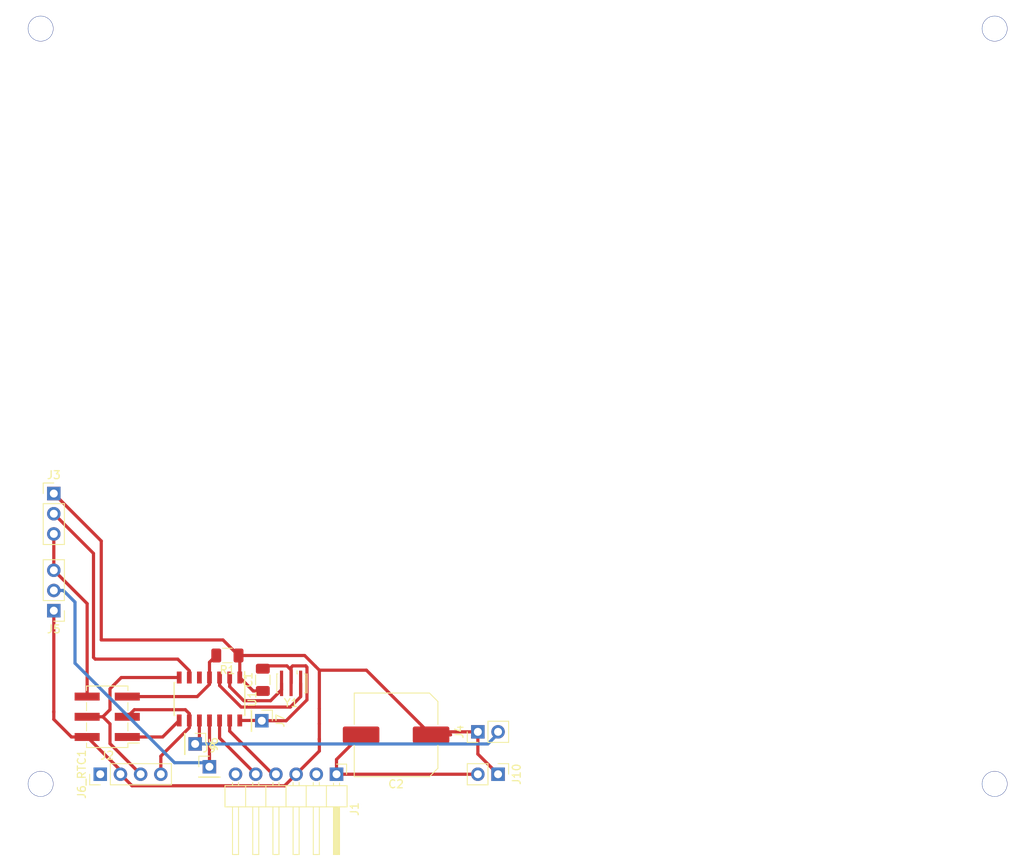
<source format=kicad_pcb>
(kicad_pcb (version 20171130) (host pcbnew "(5.1.10-1-10_14)")
  (layers (0 F.Cu signal) (31 B.Cu signal) (34 B.Paste user hide) (35 F.Paste user hide) (36 B.SilkS user hide) (37 F.SilkS user hide) (38 B.Mask user hide) (39 F.Mask user hide) (44 Edge.Cuts user))
  (net 0 "")
  (net 1 VCC)
  (net 2 GND)
  (net 3 /CTS)
  (net 4 /TX)
  (net 5 /RX)
  (net 6 /RTS)
  (net 7 /MISO)
  (net 8 /SCK)
  (net 9 /MOSI)
  (net 10 /RESET)
  (net 11 "Net-(U1-Pad2)")
  (net 12 "Net-(U1-Pad3)")
  (net 13 "Net-(U1-Pad5)")
  (net 14 /read)
  (net 15 /touch)
  (net 16 /NEOPIXEL)
  (module Connector_PinHeader_2.54mm:PinHeader_2x03_P2.54mm_Vertical_SMD (layer F.Cu) (at 92.4433 151.7777 180)
    (fp_text reference J2 (at 0 -4.87 180) (layer F.SilkS))
    (fp_text value AVR-ISP-6)
    (fp_line (start 2.6 0.76) (end 2.6 1.78) (layer F.SilkS) (width 0.12))
    (fp_line (start -2.6 0.76) (end -2.6 1.78) (layer F.SilkS) (width 0.12))
    (fp_line (start 2.6 -1.78) (end 2.6 -0.76) (layer F.SilkS) (width 0.12))
    (fp_line (start -2.6 -1.78) (end -2.6 -0.76) (layer F.SilkS) (width 0.12))
    (fp_line (start 2.6 3.3) (end 2.6 3.87) (layer F.SilkS) (width 0.12))
    (fp_line (start -2.6 3.3) (end -2.6 3.87) (layer F.SilkS) (width 0.12))
    (fp_line (start 2.6 -3.87) (end 2.6 -3.3) (layer F.SilkS) (width 0.12))
    (fp_line (start -2.6 -3.87) (end -2.6 -3.3) (layer F.SilkS) (width 0.12))
    (fp_line (start -4.04 -3.3) (end -2.6 -3.3) (layer F.SilkS) (width 0.12))
    (fp_line (start -2.6 3.87) (end 2.6 3.87) (layer F.SilkS) (width 0.12))
    (fp_line (start -2.6 -3.87) (end 2.6 -3.87) (layer F.SilkS) (width 0.12))
    (pad 1 smd rect (at -2.525 -2.54 180) (size 3.15 1) (layers F.Cu F.Paste F.Mask) (net 7 /MISO))
    (pad 2 smd rect (at 2.525 -2.54 180) (size 3.15 1) (layers F.Cu F.Paste F.Mask) (net 1 VCC))
    (pad 3 smd rect (at -2.525 0 180) (size 3.15 1) (layers F.Cu F.Paste F.Mask) (net 8 /SCK))
    (pad 4 smd rect (at 2.525 0 180) (size 3.15 1) (layers F.Cu F.Paste F.Mask) (net 9 /MOSI))
    (pad 5 smd rect (at -2.525 2.54 180) (size 3.15 1) (layers F.Cu F.Paste F.Mask) (net 10 /RESET))
    (pad 6 smd rect (at 2.525 2.54 180) (size 3.15 1) (layers F.Cu F.Paste F.Mask) (net 2 GND))
  )
  (module Connector_PinHeader_2.54mm:PinHeader_1x03_P2.54mm_Vertical (layer F.Cu) (at 85.725 123.698)
    (fp_text reference J3 (at 0 -2.33) (layer F.SilkS))
    (fp_text value Conn_01x03_Male)
    (fp_line (start -1.33 -1.33) (end 0 -1.33) (layer F.SilkS) (width 0.12))
    (fp_line (start -1.33 0) (end -1.33 -1.33) (layer F.SilkS) (width 0.12))
    (fp_line (start -1.33 1.27) (end 1.33 1.27) (layer F.SilkS) (width 0.12))
    (fp_line (start 1.33 1.27) (end 1.33 6.41) (layer F.SilkS) (width 0.12))
    (fp_line (start -1.33 1.27) (end -1.33 6.41) (layer F.SilkS) (width 0.12))
    (fp_line (start -1.33 6.41) (end 1.33 6.41) (layer F.SilkS) (width 0.12))
    (pad 1 thru_hole rect (at 0 0) (size 1.7 1.7) (drill 1) (layers *.Cu *.Mask) (net 1 VCC))
    (pad 2 thru_hole oval (at 0 2.54) (size 1.7 1.7) (drill 1) (layers *.Cu *.Mask) (net 14 /read))
    (pad 3 thru_hole oval (at 0 5.08) (size 1.7 1.7) (drill 1) (layers *.Cu *.Mask) (net 2 GND))
  )
  (module Crystal:Resonator_SMD_muRata_CSTxExxV-3Pin_3.0x1.1mm_HandSoldering (layer F.Cu) (at 115.57 147.574 180)
    (fp_text reference Y1 (at 0 -2.45) (layer F.SilkS))
    (fp_text value Resonator)
    (fp_line (start 1.8 -1.2) (end 1.65 -1.2) (layer F.SilkS) (width 0.12))
    (fp_line (start 1.8 1.2) (end 1.65 1.2) (layer F.SilkS) (width 0.12))
    (fp_line (start -0.75 1.2) (end -0.8 1.2) (layer F.SilkS) (width 0.12))
    (fp_line (start -1.8 1.2) (end -1.65 1.2) (layer F.SilkS) (width 0.12))
    (fp_line (start -1.8 -1.2) (end -1.65 -1.2) (layer F.SilkS) (width 0.12))
    (fp_line (start -2 0.8) (end -2 1.2) (layer F.SilkS) (width 0.12))
    (fp_line (start -1.8 0.8) (end -1.8 1.2) (layer F.SilkS) (width 0.12))
    (fp_line (start 1.8 0.8) (end 1.8 1.2) (layer F.SilkS) (width 0.12))
    (fp_line (start -2 -1.2) (end -2 0.8) (layer F.SilkS) (width 0.12))
    (fp_line (start -0.75 1.2) (end -0.75 1.6) (layer F.SilkS) (width 0.12))
    (fp_line (start -1.8 0.8) (end -1.8 -1.2) (layer F.SilkS) (width 0.12))
    (fp_line (start 1.8 -1.2) (end 1.8 0.8) (layer F.SilkS) (width 0.12))
    (pad 1 smd rect (at -1.2 0 180) (size 0.4 3.2) (layers F.Cu F.Paste F.Mask) (net 12 "Net-(U1-Pad3)"))
    (pad 2 smd rect (at 0 0 180) (size 0.4 3.2) (layers F.Cu F.Paste F.Mask) (net 2 GND))
    (pad 3 smd rect (at 1.2 0 180) (size 0.4 3.2) (layers F.Cu F.Paste F.Mask) (net 11 "Net-(U1-Pad2)"))
  )
  (module Resistor_SMD:R_1206_3216Metric (layer F.Cu) (at 107.5593 144.0688 180)
    (fp_text reference R1 (at 0 -1.82) (layer F.SilkS))
    (fp_text value 10K)
    (fp_line (start -0.602064 0.91) (end 0.602064 0.91) (layer F.SilkS) (width 0.12))
    (fp_line (start -0.602064 -0.91) (end 0.602064 -0.91) (layer F.SilkS) (width 0.12))
    (pad 1 smd roundrect (at -1.4 0 180) (size 1.25 1.75) (layers F.Cu F.Paste F.Mask) (roundrect_rratio 0.2) (net 1 VCC))
    (pad 2 smd roundrect (at 1.4 0 180) (size 1.25 1.75) (layers F.Cu F.Paste F.Mask) (roundrect_rratio 0.2) (net 10 /RESET))
  )
  (module Package_SO:SOIC-14_3.9x8.7mm_P1.27mm (layer F.Cu) (at 105.307299 149.538501 270)
    (fp_text reference U1 (at 0 -5.375 90) (layer F.SilkS))
    (fp_text value ATtiny44A-SSU)
    (fp_line (start -2.075 -4.425) (end -3.45 -4.425) (layer F.SilkS) (width 0.15))
    (fp_line (start -2.075 4.45) (end 2.075 4.45) (layer F.SilkS) (width 0.15))
    (fp_line (start -2.075 -4.45) (end 2.075 -4.45) (layer F.SilkS) (width 0.15))
    (fp_line (start -2.075 4.45) (end -2.075 4.335) (layer F.SilkS) (width 0.15))
    (fp_line (start 2.075 4.45) (end 2.075 4.335) (layer F.SilkS) (width 0.15))
    (fp_line (start 2.075 -4.45) (end 2.075 -4.335) (layer F.SilkS) (width 0.15))
    (fp_line (start -2.075 -4.45) (end -2.075 -4.425) (layer F.SilkS) (width 0.15))
    (pad 1 smd rect (at -2.7 -3.81 270) (size 1.5 0.6) (layers F.Cu F.Paste F.Mask) (net 1 VCC))
    (pad 2 smd rect (at -2.7 -2.54 270) (size 1.5 0.6) (layers F.Cu F.Paste F.Mask) (net 11 "Net-(U1-Pad2)"))
    (pad 3 smd rect (at -2.7 -1.27 270) (size 1.5 0.6) (layers F.Cu F.Paste F.Mask) (net 12 "Net-(U1-Pad3)"))
    (pad 4 smd rect (at -2.7 0 270) (size 1.5 0.6) (layers F.Cu F.Paste F.Mask) (net 10 /RESET))
    (pad 5 smd rect (at -2.7 1.27 270) (size 1.5 0.6) (layers F.Cu F.Paste F.Mask) (net 13 "Net-(U1-Pad5)"))
    (pad 6 smd rect (at -2.7 2.54 270) (size 1.5 0.6) (layers F.Cu F.Paste F.Mask) (net 14 /read))
    (pad 7 smd rect (at -2.7 3.81 270) (size 1.5 0.6) (layers F.Cu F.Paste F.Mask) (net 9 /MOSI))
    (pad 8 smd rect (at 2.7 3.81 270) (size 1.5 0.6) (layers F.Cu F.Paste F.Mask) (net 7 /MISO))
    (pad 9 smd rect (at 2.7 2.54 270) (size 1.5 0.6) (layers F.Cu F.Paste F.Mask) (net 8 /SCK))
    (pad 10 smd rect (at 2.7 1.27 270) (size 1.5 0.6) (layers F.Cu F.Paste F.Mask) (net 15 /touch))
    (pad 11 smd rect (at 2.7 0 270) (size 1.5 0.6) (layers F.Cu F.Paste F.Mask) (net 16 /NEOPIXEL))
    (pad 12 smd rect (at 2.7 -1.27 270) (size 1.5 0.6) (layers F.Cu F.Paste F.Mask) (net 5 /RX))
    (pad 13 smd rect (at 2.7 -2.54 270) (size 1.5 0.6) (layers F.Cu F.Paste F.Mask) (net 4 /TX))
    (pad 14 smd rect (at 2.7 -3.81 270) (size 1.5 0.6) (layers F.Cu F.Paste F.Mask) (net 2 GND))
  )
  (module Connector_PinHeader_2.54mm:PinHeader_1x03_P2.54mm_Vertical (layer F.Cu) (at 85.725 138.43 180)
    (fp_text reference J5 (at 0 -2.33) (layer F.SilkS))
    (fp_text value Conn_01x03_Male)
    (fp_line (start -1.33 -1.33) (end 0 -1.33) (layer F.SilkS) (width 0.12))
    (fp_line (start -1.33 0) (end -1.33 -1.33) (layer F.SilkS) (width 0.12))
    (fp_line (start -1.33 1.27) (end 1.33 1.27) (layer F.SilkS) (width 0.12))
    (fp_line (start 1.33 1.27) (end 1.33 6.41) (layer F.SilkS) (width 0.12))
    (fp_line (start -1.33 1.27) (end -1.33 6.41) (layer F.SilkS) (width 0.12))
    (fp_line (start -1.33 6.41) (end 1.33 6.41) (layer F.SilkS) (width 0.12))
    (pad 3 thru_hole oval (at 0 5.08 180) (size 1.7 1.7) (drill 1) (layers *.Cu *.Mask) (net 2 GND))
    (pad 2 thru_hole oval (at 0 2.54 180) (size 1.7 1.7) (drill 1) (layers *.Cu *.Mask) (net 16 /NEOPIXEL))
    (pad 1 thru_hole rect (at 0 0 180) (size 1.7 1.7) (drill 1) (layers *.Cu *.Mask) (net 1 VCC))
  )
  (module Capacitor_SMD:C_1206_3216Metric (layer F.Cu) (at 112.014982 147.130807 90)
    (fp_text reference C1 (at 0 -1.82 270) (layer F.SilkS))
    (fp_text value 0.1UF)
    (fp_line (start -0.602064 0.91) (end 0.602064 0.91) (layer F.SilkS) (width 0.12))
    (fp_line (start -0.602064 -0.91) (end 0.602064 -0.91) (layer F.SilkS) (width 0.12))
    (pad 1 smd roundrect (at -1.4 0 90) (size 1.25 1.75) (layers F.Cu F.Paste F.Mask) (roundrect_rratio 0.2) (net 1 VCC))
    (pad 2 smd roundrect (at 1.4 0 90) (size 1.25 1.75) (layers F.Cu F.Paste F.Mask) (roundrect_rratio 0.2) (net 2 GND))
  )
  (module Connector_PinHeader_2.54mm:PinHeader_1x01_P2.54mm_Vertical (layer F.Cu) (at 111.887 152.273 270)
    (fp_text reference J7 (at 0 -2.33 90) (layer F.SilkS))
    (fp_text value Conn_01x01_Male)
    (fp_line (start -1.33 1.33) (end 1.33 1.33) (layer F.SilkS) (width 0.12))
    (fp_line (start -1.33 1.27) (end -1.33 1.33) (layer F.SilkS) (width 0.12))
    (fp_line (start 1.33 1.27) (end 1.33 1.33) (layer F.SilkS) (width 0.12))
    (fp_line (start -1.33 1.27) (end 1.33 1.27) (layer F.SilkS) (width 0.12))
    (fp_line (start -1.33 0) (end -1.33 -1.33) (layer F.SilkS) (width 0.12))
    (fp_line (start -1.33 -1.33) (end 0 -1.33) (layer F.SilkS) (width 0.12))
    (pad 1 thru_hole rect (at 0 0 270) (size 1.7 1.7) (drill 1) (layers *.Cu *.Mask) (net 2 GND))
  )
  (module Connector_PinHeader_2.54mm:PinHeader_1x02_P2.54mm_Vertical (layer F.Cu) (at 139.065 153.67 90)
    (fp_text reference J4 (at 0 -2.33 90) (layer F.SilkS))
    (fp_text value Conn_01x02_Male)
    (fp_line (start -1.33 -1.33) (end 0 -1.33) (layer F.SilkS) (width 0.12))
    (fp_line (start -1.33 0) (end -1.33 -1.33) (layer F.SilkS) (width 0.12))
    (fp_line (start -1.33 1.27) (end 1.33 1.27) (layer F.SilkS) (width 0.12))
    (fp_line (start 1.33 1.27) (end 1.33 3.87) (layer F.SilkS) (width 0.12))
    (fp_line (start -1.33 1.27) (end -1.33 3.87) (layer F.SilkS) (width 0.12))
    (fp_line (start -1.33 3.87) (end 1.33 3.87) (layer F.SilkS) (width 0.12))
    (pad 2 thru_hole oval (at 0 2.54 90) (size 1.7 1.7) (drill 1) (layers *.Cu *.Mask) (net 15 /touch))
    (pad 1 thru_hole rect (at 0 0 90) (size 1.7 1.7) (drill 1) (layers *.Cu *.Mask) (net 1 VCC))
  )
  (module Connector_PinHeader_2.54mm:PinHeader_1x01_P2.54mm_Vertical (layer F.Cu) (at 103.505 155.194 270)
    (fp_text reference J6 (at 0 -2.33 90) (layer F.SilkS))
    (fp_text value Conn_01x01_Male)
    (fp_line (start -1.33 1.33) (end 1.33 1.33) (layer F.SilkS) (width 0.12))
    (fp_line (start -1.33 1.27) (end -1.33 1.33) (layer F.SilkS) (width 0.12))
    (fp_line (start 1.33 1.27) (end 1.33 1.33) (layer F.SilkS) (width 0.12))
    (fp_line (start -1.33 1.27) (end 1.33 1.27) (layer F.SilkS) (width 0.12))
    (fp_line (start -1.33 0) (end -1.33 -1.33) (layer F.SilkS) (width 0.12))
    (fp_line (start -1.33 -1.33) (end 0 -1.33) (layer F.SilkS) (width 0.12))
    (pad 1 thru_hole rect (at 0 0 270) (size 1.7 1.7) (drill 1) (layers *.Cu *.Mask) (net 15 /touch))
  )
  (module Connector_PinHeader_2.54mm:PinHeader_1x04_P2.54mm_Vertical (layer F.Cu) (at 91.567 159.004 90)
    (fp_text reference J6_RTC1 (at 0 -2.33 90) (layer F.SilkS))
    (fp_text value Conn_01x04_Male)
    (fp_line (start -1.33 8.95) (end 1.33 8.95) (layer F.SilkS) (width 0.12))
    (fp_line (start -1.33 1.27) (end -1.33 8.95) (layer F.SilkS) (width 0.12))
    (fp_line (start 1.33 1.27) (end 1.33 8.95) (layer F.SilkS) (width 0.12))
    (fp_line (start -1.33 1.27) (end 1.33 1.27) (layer F.SilkS) (width 0.12))
    (fp_line (start -1.33 0) (end -1.33 -1.33) (layer F.SilkS) (width 0.12))
    (fp_line (start -1.33 -1.33) (end 0 -1.33) (layer F.SilkS) (width 0.12))
    (pad 1 thru_hole rect (at 0 0 90) (size 1.7 1.7) (drill 1) (layers *.Cu *.Mask) (net 2 GND))
    (pad 2 thru_hole oval (at 0 2.54 90) (size 1.7 1.7) (drill 1) (layers *.Cu *.Mask) (net 1 VCC))
    (pad 3 thru_hole oval (at 0 5.08 90) (size 1.7 1.7) (drill 1) (layers *.Cu *.Mask) (net 9 /MOSI))
    (pad 4 thru_hole oval (at 0 7.62 90) (size 1.7 1.7) (drill 1) (layers *.Cu *.Mask) (net 8 /SCK))
  )
  (module Connector_PinHeader_2.54mm:PinHeader_1x01_P2.54mm_Vertical (layer F.Cu) (at 105.2957 158.0642)
    (fp_text reference J9 (at 0 -2.33) (layer F.SilkS))
    (fp_text value Conn_01x01_Male)
    (fp_line (start -1.33 1.33) (end 1.33 1.33) (layer F.SilkS) (width 0.12))
    (fp_line (start -1.33 1.27) (end -1.33 1.33) (layer F.SilkS) (width 0.12))
    (fp_line (start 1.33 1.27) (end 1.33 1.33) (layer F.SilkS) (width 0.12))
    (fp_line (start -1.33 1.27) (end 1.33 1.27) (layer F.SilkS) (width 0.12))
    (fp_line (start -1.33 0) (end -1.33 -1.33) (layer F.SilkS) (width 0.12))
    (fp_line (start -1.33 -1.33) (end 0 -1.33) (layer F.SilkS) (width 0.12))
    (pad 1 thru_hole rect (at 0 0) (size 1.7 1.7) (drill 1) (layers *.Cu *.Mask) (net 16 /NEOPIXEL))
  )
  (module Connector_PinHeader_2.54mm:PinHeader_1x02_P2.54mm_Vertical (layer F.Cu) (at 141.605 159.004 270)
    (fp_text reference J10 (at 0 -2.33 90) (layer F.SilkS))
    (fp_text value Conn_01x02_Male)
    (fp_line (start -1.33 3.87) (end 1.33 3.87) (layer F.SilkS) (width 0.12))
    (fp_line (start -1.33 1.27) (end -1.33 3.87) (layer F.SilkS) (width 0.12))
    (fp_line (start 1.33 1.27) (end 1.33 3.87) (layer F.SilkS) (width 0.12))
    (fp_line (start -1.33 1.27) (end 1.33 1.27) (layer F.SilkS) (width 0.12))
    (fp_line (start -1.33 0) (end -1.33 -1.33) (layer F.SilkS) (width 0.12))
    (fp_line (start -1.33 -1.33) (end 0 -1.33) (layer F.SilkS) (width 0.12))
    (pad 1 thru_hole rect (at 0 0 270) (size 1.7 1.7) (drill 1) (layers *.Cu *.Mask) (net 1 VCC))
    (pad 2 thru_hole oval (at 0 2.54 270) (size 1.7 1.7) (drill 1) (layers *.Cu *.Mask) (net 2 GND))
  )
  (module Connector_PinHeader_2.54mm:PinHeader_1x06_P2.54mm_Horizontal (layer F.Cu) (at 121.285 159.004 270)
    (fp_text reference J1 (at 4.385 -2.27 90) (layer F.SilkS))
    (fp_text value Conn_01x06_Male)
    (fp_line (start 1.44 -1.33) (end 1.44 14.03) (layer F.SilkS) (width 0.12))
    (fp_line (start 1.44 14.03) (end 4.1 14.03) (layer F.SilkS) (width 0.12))
    (fp_line (start 4.1 14.03) (end 4.1 -1.33) (layer F.SilkS) (width 0.12))
    (fp_line (start 4.1 -1.33) (end 1.44 -1.33) (layer F.SilkS) (width 0.12))
    (fp_line (start 4.1 -0.38) (end 10.1 -0.38) (layer F.SilkS) (width 0.12))
    (fp_line (start 10.1 -0.38) (end 10.1 0.38) (layer F.SilkS) (width 0.12))
    (fp_line (start 10.1 0.38) (end 4.1 0.38) (layer F.SilkS) (width 0.12))
    (fp_line (start 4.1 -0.32) (end 10.1 -0.32) (layer F.SilkS) (width 0.12))
    (fp_line (start 4.1 -0.2) (end 10.1 -0.2) (layer F.SilkS) (width 0.12))
    (fp_line (start 4.1 -0.08) (end 10.1 -0.08) (layer F.SilkS) (width 0.12))
    (fp_line (start 4.1 0.04) (end 10.1 0.04) (layer F.SilkS) (width 0.12))
    (fp_line (start 4.1 0.16) (end 10.1 0.16) (layer F.SilkS) (width 0.12))
    (fp_line (start 4.1 0.28) (end 10.1 0.28) (layer F.SilkS) (width 0.12))
    (fp_line (start 1.11 -0.38) (end 1.44 -0.38) (layer F.SilkS) (width 0.12))
    (fp_line (start 1.11 0.38) (end 1.44 0.38) (layer F.SilkS) (width 0.12))
    (fp_line (start 1.44 1.27) (end 4.1 1.27) (layer F.SilkS) (width 0.12))
    (fp_line (start 4.1 2.16) (end 10.1 2.16) (layer F.SilkS) (width 0.12))
    (fp_line (start 10.1 2.16) (end 10.1 2.92) (layer F.SilkS) (width 0.12))
    (fp_line (start 10.1 2.92) (end 4.1 2.92) (layer F.SilkS) (width 0.12))
    (fp_line (start 1.042929 2.16) (end 1.44 2.16) (layer F.SilkS) (width 0.12))
    (fp_line (start 1.042929 2.92) (end 1.44 2.92) (layer F.SilkS) (width 0.12))
    (fp_line (start 1.44 3.81) (end 4.1 3.81) (layer F.SilkS) (width 0.12))
    (fp_line (start 4.1 4.7) (end 10.1 4.7) (layer F.SilkS) (width 0.12))
    (fp_line (start 10.1 4.7) (end 10.1 5.46) (layer F.SilkS) (width 0.12))
    (fp_line (start 10.1 5.46) (end 4.1 5.46) (layer F.SilkS) (width 0.12))
    (fp_line (start 1.042929 4.7) (end 1.44 4.7) (layer F.SilkS) (width 0.12))
    (fp_line (start 1.042929 5.46) (end 1.44 5.46) (layer F.SilkS) (width 0.12))
    (fp_line (start 1.44 6.35) (end 4.1 6.35) (layer F.SilkS) (width 0.12))
    (fp_line (start 4.1 7.24) (end 10.1 7.24) (layer F.SilkS) (width 0.12))
    (fp_line (start 10.1 7.24) (end 10.1 8) (layer F.SilkS) (width 0.12))
    (fp_line (start 10.1 8) (end 4.1 8) (layer F.SilkS) (width 0.12))
    (fp_line (start 1.042929 7.24) (end 1.44 7.24) (layer F.SilkS) (width 0.12))
    (fp_line (start 1.042929 8) (end 1.44 8) (layer F.SilkS) (width 0.12))
    (fp_line (start 1.44 8.89) (end 4.1 8.89) (layer F.SilkS) (width 0.12))
    (fp_line (start 4.1 9.78) (end 10.1 9.78) (layer F.SilkS) (width 0.12))
    (fp_line (start 10.1 9.78) (end 10.1 10.54) (layer F.SilkS) (width 0.12))
    (fp_line (start 10.1 10.54) (end 4.1 10.54) (layer F.SilkS) (width 0.12))
    (fp_line (start 1.042929 9.78) (end 1.44 9.78) (layer F.SilkS) (width 0.12))
    (fp_line (start 1.042929 10.54) (end 1.44 10.54) (layer F.SilkS) (width 0.12))
    (fp_line (start 1.44 11.43) (end 4.1 11.43) (layer F.SilkS) (width 0.12))
    (fp_line (start 4.1 12.32) (end 10.1 12.32) (layer F.SilkS) (width 0.12))
    (fp_line (start 10.1 12.32) (end 10.1 13.08) (layer F.SilkS) (width 0.12))
    (fp_line (start 10.1 13.08) (end 4.1 13.08) (layer F.SilkS) (width 0.12))
    (fp_line (start 1.042929 12.32) (end 1.44 12.32) (layer F.SilkS) (width 0.12))
    (fp_line (start 1.042929 13.08) (end 1.44 13.08) (layer F.SilkS) (width 0.12))
    (fp_line (start -1.27 0) (end -1.27 -1.27) (layer F.SilkS) (width 0.12))
    (fp_line (start -1.27 -1.27) (end 0 -1.27) (layer F.SilkS) (width 0.12))
    (pad 6 thru_hole oval (at 0 12.7 270) (size 1.7 1.7) (drill 1) (layers *.Cu *.Mask) (net 6 /RTS))
    (pad 5 thru_hole oval (at 0 10.16 270) (size 1.7 1.7) (drill 1) (layers *.Cu *.Mask) (net 5 /RX))
    (pad 4 thru_hole oval (at 0 7.62 270) (size 1.7 1.7) (drill 1) (layers *.Cu *.Mask) (net 4 /TX))
    (pad 3 thru_hole oval (at 0 5.08 270) (size 1.7 1.7) (drill 1) (layers *.Cu *.Mask) (net 1 VCC))
    (pad 2 thru_hole oval (at 0 2.54 270) (size 1.7 1.7) (drill 1) (layers *.Cu *.Mask) (net 3 /CTS))
    (pad 1 thru_hole rect (at 0 0 270) (size 1.7 1.7) (drill 1) (layers *.Cu *.Mask) (net 2 GND))
  )
  (module Capacitor_SMD:C_Elec_10x10.2 (layer F.Cu) (at 128.778 154.051 180)
    (fp_text reference C2 (at 0 -6.2) (layer F.SilkS))
    (fp_text value "100 uF")
    (fp_line (start 5.26 5.26) (end 5.26 1.31) (layer F.SilkS) (width 0.12))
    (fp_line (start 5.26 -5.26) (end 5.26 -1.31) (layer F.SilkS) (width 0.12))
    (fp_line (start -4.195563 -5.26) (end 5.26 -5.26) (layer F.SilkS) (width 0.12))
    (fp_line (start -4.195563 5.26) (end 5.26 5.26) (layer F.SilkS) (width 0.12))
    (fp_line (start -5.26 4.195563) (end -5.26 1.31) (layer F.SilkS) (width 0.12))
    (fp_line (start -5.26 -4.195563) (end -5.26 -1.31) (layer F.SilkS) (width 0.12))
    (fp_line (start -5.26 -4.195563) (end -4.195563 -5.26) (layer F.SilkS) (width 0.12))
    (fp_line (start -5.26 4.195563) (end -4.195563 5.26) (layer F.SilkS) (width 0.12))
    (pad 1 smd roundrect (at -4.4 0 180) (size 4.6 2.1) (layers F.Cu F.Paste F.Mask) (roundrect_rratio 0.1190471428571429) (net 1 VCC))
    (pad 2 smd roundrect (at 4.4 0 180) (size 4.6 2.1) (layers F.Cu F.Paste F.Mask) (roundrect_rratio 0.1190471428571429) (net 2 GND))
  )
  (via (at 84.06832 65.217149) (size 3.2) (drill 3.1) (layers F.Cu B.Cu) (net 0))
  (via (at 204.06832 65.217149) (size 3.2) (drill 3.1) (layers F.Cu B.Cu) (net 0))
  (via (at 204.06832 160.217149) (size 3.2) (drill 3.1) (layers F.Cu B.Cu) (net 0))
  (via (at 84.06832 160.217149) (size 3.2) (drill 3.1) (layers F.Cu B.Cu) (net 0))
  (segment (start 139.065 156.464) (end 141.605 159.004) (width 0.4) (layer F.Cu) (net 1))
  (segment (start 119.126 156.083) (end 116.205 159.004) (width 0.4) (layer F.Cu) (net 1))
  (segment (start 94.107 159.004) (end 95.557001 160.454001) (width 0.4) (layer F.Cu) (net 1))
  (segment (start 95.557001 160.454001) (end 114.754999 160.454001) (width 0.4) (layer F.Cu) (net 1))
  (segment (start 114.754999 160.454001) (end 116.205 159.004) (width 0.4) (layer F.Cu) (net 1))
  (segment (start 94.107 159.004) (end 94.107 158.5064) (width 0.4) (layer F.Cu) (net 1))
  (segment (start 94.107 158.5064) (end 89.9183 154.3177) (width 0.4) (layer F.Cu) (net 1))
  (segment (start 133.178 154.051) (end 125.045614 145.918614) (width 0.4) (layer F.Cu) (net 1))
  (segment (start 125.045614 145.918614) (end 119.126 145.918614) (width 0.4) (layer F.Cu) (net 1))
  (segment (start 139.065 153.67) (end 139.065 156.464) (width 0.4) (layer F.Cu) (net 1))
  (segment (start 139.065 153.67) (end 133.559 153.67) (width 0.4) (layer F.Cu) (net 1))
  (segment (start 133.559 153.67) (end 133.178 154.051) (width 0.4) (layer F.Cu) (net 1))
  (segment (start 133.178 154.051) (end 135.636 154.051) (width 0.4) (layer F.Cu) (net 1))
  (segment (start 108.9593 144.0688) (end 107.0035 142.113) (width 0.4) (layer F.Cu) (net 1))
  (segment (start 107.0035 142.113) (end 91.694 142.113) (width 0.4) (layer F.Cu) (net 1))
  (segment (start 91.694 129.667) (end 85.725 123.698) (width 0.4) (layer F.Cu) (net 1))
  (segment (start 91.694 142.113) (end 91.694 129.667) (width 0.4) (layer F.Cu) (net 1))
  (segment (start 85.725 138.43) (end 85.725 151.13) (width 0.4) (layer F.Cu) (net 1))
  (segment (start 89.9183 154.3177) (end 87.9433 154.3177) (width 0.4) (layer F.Cu) (net 1))
  (segment (start 85.725 151.13) (end 85.725 151.2104) (width 0.4) (layer F.Cu) (net 1))
  (segment (start 87.9433 154.3177) (end 85.725 152.0994) (width 0.4) (layer F.Cu) (net 1))
  (segment (start 85.725 152.0994) (end 85.725 151.13) (width 0.4) (layer F.Cu) (net 1))
  (segment (start 119.126 145.918614) (end 118.620193 145.412807) (width 0.4) (layer F.Cu) (net 1))
  (segment (start 118.620193 145.412807) (end 117.276186 144.0688) (width 0.4) (layer F.Cu) (net 1))
  (segment (start 119.126 145.918614) (end 119.126 150.749) (width 0.4) (layer F.Cu) (net 1))
  (segment (start 119.126 150.749) (end 119.126 152.654) (width 0.4) (layer F.Cu) (net 1))
  (segment (start 119.126 152.654) (end 119.126 154.559) (width 0.4) (layer F.Cu) (net 1))
  (segment (start 117.276186 144.0688) (end 108.9593 144.0688) (width 0.4) (layer F.Cu) (net 1))
  (segment (start 109.009118 144.018982) (end 108.9593 144.0688) (width 0.4) (layer F.Cu) (net 1))
  (segment (start 119.126 154.559) (end 119.126 154.686) (width 0.4) (layer F.Cu) (net 1))
  (segment (start 119.126 154.559) (end 119.126 156.083) (width 0.4) (layer F.Cu) (net 1))
  (segment (start 112.014982 148.530807) (end 110.809605 148.530807) (width 0.4) (layer F.Cu) (net 1))
  (segment (start 110.809605 148.530807) (end 109.117299 146.838501) (width 0.4) (layer F.Cu) (net 1))
  (segment (start 109.117299 146.838501) (end 109.117299 144.226799) (width 0.4) (layer F.Cu) (net 1))
  (segment (start 109.117299 144.226799) (end 108.9593 144.0688) (width 0.4) (layer F.Cu) (net 1))
  (segment (start 121.285 159.004) (end 138.811 159.004) (width 0.4) (layer F.Cu) (net 2))
  (segment (start 138.811 159.004) (end 139.065 159.258) (width 0.4) (layer F.Cu) (net 2))
  (segment (start 121.285 159.004) (end 121.285 157.144) (width 0.4) (layer F.Cu) (net 2))
  (segment (start 121.285 157.144) (end 124.378 154.051) (width 0.4) (layer F.Cu) (net 2))
  (segment (start 121.285 159.004) (end 121.621 159.34) (width 0.4) (layer F.Cu) (net 2))
  (segment (start 85.725 128.778) (end 85.725 133.35) (width 0.4) (layer F.Cu) (net 2))
  (segment (start 89.9183 149.2377) (end 89.9183 137.5433) (width 0.4) (layer F.Cu) (net 2))
  (segment (start 89.9183 137.5433) (end 85.725 133.35) (width 0.4) (layer F.Cu) (net 2))
  (segment (start 111.887 152.273) (end 114.951002 152.273) (width 0.4) (layer F.Cu) (net 2))
  (segment (start 117.570001 149.654001) (end 117.570001 145.554999) (width 0.4) (layer F.Cu) (net 2))
  (segment (start 111.852501 152.238501) (end 111.887 152.273) (width 0.4) (layer F.Cu) (net 2))
  (segment (start 115.57 147.574) (end 115.57 145.574) (width 0.4) (layer F.Cu) (net 2))
  (segment (start 109.117299 152.238501) (end 111.852501 152.238501) (width 0.4) (layer F.Cu) (net 2))
  (segment (start 117.570001 145.554999) (end 117.389001 145.373999) (width 0.4) (layer F.Cu) (net 2))
  (segment (start 115.57 145.893998) (end 115.050001 145.373999) (width 0.4) (layer F.Cu) (net 2))
  (segment (start 115.050001 145.373999) (end 112.37179 145.373999) (width 0.4) (layer F.Cu) (net 2))
  (segment (start 115.57 147.574) (end 115.57 145.893998) (width 0.4) (layer F.Cu) (net 2))
  (segment (start 115.57 145.574) (end 115.770001 145.373999) (width 0.4) (layer F.Cu) (net 2))
  (segment (start 115.770001 145.373999) (end 117.389001 145.373999) (width 0.4) (layer F.Cu) (net 2))
  (segment (start 117.389001 145.373999) (end 117.450001 145.373999) (width 0.4) (layer F.Cu) (net 2))
  (segment (start 112.37179 145.373999) (end 112.014982 145.730807) (width 0.4) (layer F.Cu) (net 2))
  (segment (start 114.951002 152.273) (end 117.570001 149.654001) (width 0.4) (layer F.Cu) (net 2))
  (segment (start 113.271002 159.004) (end 113.665 159.004) (width 0.4) (layer F.Cu) (net 4))
  (segment (start 107.847299 153.580297) (end 113.271002 159.004) (width 0.4) (layer F.Cu) (net 4))
  (segment (start 107.847299 152.238501) (end 107.847299 153.580297) (width 0.4) (layer F.Cu) (net 4))
  (segment (start 111.125 159.004) (end 106.577299 154.456299) (width 0.4) (layer F.Cu) (net 5))
  (segment (start 106.577299 154.456299) (end 106.577299 152.238501) (width 0.4) (layer F.Cu) (net 5))
  (segment (start 94.9683 154.3177) (end 99.4181 154.3177) (width 0.4) (layer F.Cu) (net 7))
  (segment (start 99.4181 154.3177) (end 101.497299 152.238501) (width 0.4) (layer F.Cu) (net 7))
  (segment (start 99.187 156.731998) (end 99.187 159.004) (width 0.4) (layer F.Cu) (net 8))
  (segment (start 102.767299 153.151699) (end 99.187 156.731998) (width 0.4) (layer F.Cu) (net 8))
  (segment (start 102.2773 150.8885) (end 95.8575 150.8885) (width 0.4) (layer F.Cu) (net 8))
  (segment (start 102.767299 151.378499) (end 102.2773 150.8885) (width 0.4) (layer F.Cu) (net 8))
  (segment (start 102.767299 152.238501) (end 102.767299 151.378499) (width 0.4) (layer F.Cu) (net 8))
  (segment (start 95.8575 150.8885) (end 94.9683 151.7777) (width 0.4) (layer F.Cu) (net 8))
  (segment (start 102.767299 152.238501) (end 102.767299 153.151699) (width 0.4) (layer F.Cu) (net 8))
  (segment (start 92.793299 155.150299) (end 96.647 159.004) (width 0.4) (layer F.Cu) (net 9))
  (segment (start 92.793299 152.677699) (end 92.793299 155.150299) (width 0.4) (layer F.Cu) (net 9))
  (segment (start 91.8933 151.7777) (end 92.793299 152.677699) (width 0.4) (layer F.Cu) (net 9))
  (segment (start 94.212497 146.838501) (end 101.497299 146.838501) (width 0.4) (layer F.Cu) (net 9))
  (segment (start 92.793299 148.257699) (end 94.212497 146.838501) (width 0.4) (layer F.Cu) (net 9))
  (segment (start 92.793299 150.877701) (end 92.793299 148.257699) (width 0.4) (layer F.Cu) (net 9))
  (segment (start 91.8933 151.7777) (end 92.793299 150.877701) (width 0.4) (layer F.Cu) (net 9))
  (segment (start 89.9183 151.7777) (end 91.8933 151.7777) (width 0.4) (layer F.Cu) (net 9))
  (segment (start 105.307299 144.920801) (end 106.1593 144.0688) (width 0.4) (layer F.Cu) (net 10))
  (segment (start 105.307299 146.838501) (end 105.307299 144.920801) (width 0.4) (layer F.Cu) (net 10))
  (segment (start 105.307299 147.698503) (end 105.307299 146.838501) (width 0.4) (layer F.Cu) (net 10))
  (segment (start 103.768102 149.2377) (end 105.307299 147.698503) (width 0.4) (layer F.Cu) (net 10))
  (segment (start 94.9683 149.2377) (end 103.768102 149.2377) (width 0.4) (layer F.Cu) (net 10))
  (segment (start 114.37 148.377887) (end 114.37 147.574) (width 0.4) (layer F.Cu) (net 11))
  (segment (start 112.99207 149.755817) (end 114.37 148.377887) (width 0.4) (layer F.Cu) (net 11))
  (segment (start 107.847299 147.988501) (end 109.614615 149.755817) (width 0.4) (layer F.Cu) (net 11))
  (segment (start 109.614615 149.755817) (end 112.99207 149.755817) (width 0.4) (layer F.Cu) (net 11))
  (segment (start 107.847299 146.838501) (end 107.847299 147.988501) (width 0.4) (layer F.Cu) (net 11))
  (segment (start 106.577299 147.849885) (end 106.577299 146.838501) (width 0.4) (layer F.Cu) (net 12))
  (segment (start 109.283241 150.555827) (end 106.577299 147.849885) (width 0.4) (layer F.Cu) (net 12))
  (segment (start 115.468175 150.555827) (end 109.283241 150.555827) (width 0.4) (layer F.Cu) (net 12))
  (segment (start 116.77 149.254002) (end 115.468175 150.555827) (width 0.4) (layer F.Cu) (net 12))
  (segment (start 116.77 147.574) (end 116.77 149.254002) (width 0.4) (layer F.Cu) (net 12))
  (segment (start 102.767299 146.838501) (end 102.767299 145.978499) (width 0.4) (layer F.Cu) (net 14))
  (segment (start 102.767299 145.978499) (end 101.3148 144.526) (width 0.4) (layer F.Cu) (net 14))
  (segment (start 101.3148 144.526) (end 90.932 144.526) (width 0.4) (layer F.Cu) (net 14))
  (segment (start 90.932 144.526) (end 90.71831 144.31231) (width 0.4) (layer F.Cu) (net 14))
  (segment (start 90.71831 144.31231) (end 90.71831 131.23131) (width 0.4) (layer F.Cu) (net 14))
  (segment (start 90.71831 131.23131) (end 85.725 126.238) (width 0.4) (layer F.Cu) (net 14))
  (segment (start 103.505 155.194) (end 140.321002 155.194) (width 0.4) (layer B.Cu) (net 15))
  (segment (start 140.321002 155.194) (end 141.605 153.910002) (width 0.4) (layer B.Cu) (net 15))
  (segment (start 141.605 153.910002) (end 141.605 153.67) (width 0.4) (layer B.Cu) (net 15))
  (segment (start 104.037299 152.238501) (end 104.037299 154.661701) (width 0.4) (layer F.Cu) (net 15))
  (segment (start 104.037299 154.661701) (end 103.505 155.194) (width 0.4) (layer F.Cu) (net 15))
  (segment (start 100.911999 157.553999) (end 88.392 145.034) (width 0.4) (layer B.Cu) (net 16))
  (segment (start 105.2957 158.0642) (end 104.785499 157.553999) (width 0.4) (layer B.Cu) (net 16))
  (segment (start 104.785499 157.553999) (end 100.911999 157.553999) (width 0.4) (layer B.Cu) (net 16))
  (segment (start 105.307299 158.052601) (end 105.2957 158.0642) (width 0.4) (layer F.Cu) (net 16))
  (segment (start 105.307299 152.238501) (end 105.307299 158.052601) (width 0.4) (layer F.Cu) (net 16))
  (segment (start 88.392 145.034) (end 88.392 137.354919) (width 0.4) (layer B.Cu) (net 16))
  (segment (start 88.392 137.354919) (end 86.927081 135.89) (width 0.4) (layer B.Cu) (net 16))
  (segment (start 86.927081 135.89) (end 85.725 135.89) (width 0.4) (layer B.Cu) (net 16))
)
</source>
